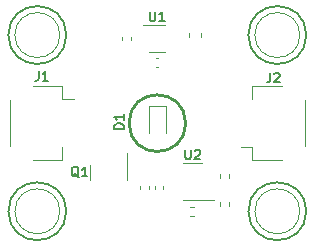
<source format=gto>
%TF.GenerationSoftware,KiCad,Pcbnew,7.0.8-7.0.8~ubuntu22.04.1*%
%TF.CreationDate,2024-01-24T20:27:06-08:00*%
%TF.ProjectId,470nm_16mA,3437306e-6d5f-4313-966d-412e6b696361,rev?*%
%TF.SameCoordinates,Original*%
%TF.FileFunction,Legend,Top*%
%TF.FilePolarity,Positive*%
%FSLAX46Y46*%
G04 Gerber Fmt 4.6, Leading zero omitted, Abs format (unit mm)*
G04 Created by KiCad (PCBNEW 7.0.8-7.0.8~ubuntu22.04.1) date 2024-01-24 20:27:06*
%MOMM*%
%LPD*%
G01*
G04 APERTURE LIST*
%ADD10C,0.250000*%
%ADD11C,0.150000*%
%ADD12C,0.050000*%
%ADD13C,0.120000*%
G04 APERTURE END LIST*
D10*
X65100000Y-60000000D02*
G75*
G03*
X65100000Y-60000000I-2400000J0D01*
G01*
D11*
X59849095Y-60458275D02*
X59049095Y-60458275D01*
X59049095Y-60458275D02*
X59049095Y-60267799D01*
X59049095Y-60267799D02*
X59087190Y-60153513D01*
X59087190Y-60153513D02*
X59163380Y-60077323D01*
X59163380Y-60077323D02*
X59239571Y-60039228D01*
X59239571Y-60039228D02*
X59391952Y-60001132D01*
X59391952Y-60001132D02*
X59506238Y-60001132D01*
X59506238Y-60001132D02*
X59658619Y-60039228D01*
X59658619Y-60039228D02*
X59734809Y-60077323D01*
X59734809Y-60077323D02*
X59811000Y-60153513D01*
X59811000Y-60153513D02*
X59849095Y-60267799D01*
X59849095Y-60267799D02*
X59849095Y-60458275D01*
X59849095Y-59239228D02*
X59849095Y-59696371D01*
X59849095Y-59467799D02*
X59049095Y-59467799D01*
X59049095Y-59467799D02*
X59163380Y-59543990D01*
X59163380Y-59543990D02*
X59239571Y-59620180D01*
X59239571Y-59620180D02*
X59277666Y-59696371D01*
X52643133Y-55620095D02*
X52643133Y-56191523D01*
X52643133Y-56191523D02*
X52605038Y-56305809D01*
X52605038Y-56305809D02*
X52528847Y-56382000D01*
X52528847Y-56382000D02*
X52414562Y-56420095D01*
X52414562Y-56420095D02*
X52338371Y-56420095D01*
X53443133Y-56420095D02*
X52985990Y-56420095D01*
X53214562Y-56420095D02*
X53214562Y-55620095D01*
X53214562Y-55620095D02*
X53138371Y-55734380D01*
X53138371Y-55734380D02*
X53062181Y-55810571D01*
X53062181Y-55810571D02*
X52985990Y-55848666D01*
X72274133Y-55747095D02*
X72274133Y-56318523D01*
X72274133Y-56318523D02*
X72236038Y-56432809D01*
X72236038Y-56432809D02*
X72159847Y-56509000D01*
X72159847Y-56509000D02*
X72045562Y-56547095D01*
X72045562Y-56547095D02*
X71969371Y-56547095D01*
X72616990Y-55823285D02*
X72655086Y-55785190D01*
X72655086Y-55785190D02*
X72731276Y-55747095D01*
X72731276Y-55747095D02*
X72921752Y-55747095D01*
X72921752Y-55747095D02*
X72997943Y-55785190D01*
X72997943Y-55785190D02*
X73036038Y-55823285D01*
X73036038Y-55823285D02*
X73074133Y-55899476D01*
X73074133Y-55899476D02*
X73074133Y-55975666D01*
X73074133Y-55975666D02*
X73036038Y-56089952D01*
X73036038Y-56089952D02*
X72578895Y-56547095D01*
X72578895Y-56547095D02*
X73074133Y-56547095D01*
X65060676Y-62243295D02*
X65060676Y-62890914D01*
X65060676Y-62890914D02*
X65098771Y-62967104D01*
X65098771Y-62967104D02*
X65136866Y-63005200D01*
X65136866Y-63005200D02*
X65213057Y-63043295D01*
X65213057Y-63043295D02*
X65365438Y-63043295D01*
X65365438Y-63043295D02*
X65441628Y-63005200D01*
X65441628Y-63005200D02*
X65479723Y-62967104D01*
X65479723Y-62967104D02*
X65517819Y-62890914D01*
X65517819Y-62890914D02*
X65517819Y-62243295D01*
X65860675Y-62319485D02*
X65898771Y-62281390D01*
X65898771Y-62281390D02*
X65974961Y-62243295D01*
X65974961Y-62243295D02*
X66165437Y-62243295D01*
X66165437Y-62243295D02*
X66241628Y-62281390D01*
X66241628Y-62281390D02*
X66279723Y-62319485D01*
X66279723Y-62319485D02*
X66317818Y-62395676D01*
X66317818Y-62395676D02*
X66317818Y-62471866D01*
X66317818Y-62471866D02*
X66279723Y-62586152D01*
X66279723Y-62586152D02*
X65822580Y-63043295D01*
X65822580Y-63043295D02*
X66317818Y-63043295D01*
X62067476Y-50565495D02*
X62067476Y-51213114D01*
X62067476Y-51213114D02*
X62105571Y-51289304D01*
X62105571Y-51289304D02*
X62143666Y-51327400D01*
X62143666Y-51327400D02*
X62219857Y-51365495D01*
X62219857Y-51365495D02*
X62372238Y-51365495D01*
X62372238Y-51365495D02*
X62448428Y-51327400D01*
X62448428Y-51327400D02*
X62486523Y-51289304D01*
X62486523Y-51289304D02*
X62524619Y-51213114D01*
X62524619Y-51213114D02*
X62524619Y-50565495D01*
X63324618Y-51365495D02*
X62867475Y-51365495D01*
X63096047Y-51365495D02*
X63096047Y-50565495D01*
X63096047Y-50565495D02*
X63019856Y-50679780D01*
X63019856Y-50679780D02*
X62943666Y-50755971D01*
X62943666Y-50755971D02*
X62867475Y-50794066D01*
X56048809Y-64588485D02*
X55972619Y-64550390D01*
X55972619Y-64550390D02*
X55896428Y-64474200D01*
X55896428Y-64474200D02*
X55782142Y-64359914D01*
X55782142Y-64359914D02*
X55705952Y-64321819D01*
X55705952Y-64321819D02*
X55629761Y-64321819D01*
X55667857Y-64512295D02*
X55591666Y-64474200D01*
X55591666Y-64474200D02*
X55515476Y-64398009D01*
X55515476Y-64398009D02*
X55477380Y-64245628D01*
X55477380Y-64245628D02*
X55477380Y-63978961D01*
X55477380Y-63978961D02*
X55515476Y-63826580D01*
X55515476Y-63826580D02*
X55591666Y-63750390D01*
X55591666Y-63750390D02*
X55667857Y-63712295D01*
X55667857Y-63712295D02*
X55820238Y-63712295D01*
X55820238Y-63712295D02*
X55896428Y-63750390D01*
X55896428Y-63750390D02*
X55972619Y-63826580D01*
X55972619Y-63826580D02*
X56010714Y-63978961D01*
X56010714Y-63978961D02*
X56010714Y-64245628D01*
X56010714Y-64245628D02*
X55972619Y-64398009D01*
X55972619Y-64398009D02*
X55896428Y-64474200D01*
X55896428Y-64474200D02*
X55820238Y-64512295D01*
X55820238Y-64512295D02*
X55667857Y-64512295D01*
X56772618Y-64512295D02*
X56315475Y-64512295D01*
X56544047Y-64512295D02*
X56544047Y-63712295D01*
X56544047Y-63712295D02*
X56467856Y-63826580D01*
X56467856Y-63826580D02*
X56391666Y-63902771D01*
X56391666Y-63902771D02*
X56315475Y-63940866D01*
D12*
%TO.C,M1*%
X54440000Y-52540000D02*
G75*
G03*
X54440000Y-52540000I-1900000J0D01*
G01*
D11*
X54990000Y-52540000D02*
G75*
G03*
X54990000Y-52540000I-2450000J0D01*
G01*
D12*
%TO.C,M2*%
X74760000Y-52540000D02*
G75*
G03*
X74760000Y-52540000I-1900000J0D01*
G01*
D11*
X75310000Y-52540000D02*
G75*
G03*
X75310000Y-52540000I-2450000J0D01*
G01*
D12*
%TO.C,M3*%
X74760000Y-67460000D02*
G75*
G03*
X74760000Y-67460000I-1900000J0D01*
G01*
D11*
X75310000Y-67460000D02*
G75*
G03*
X75310000Y-67460000I-2450000J0D01*
G01*
D12*
%TO.C,M4*%
X54440000Y-67460000D02*
G75*
G03*
X54440000Y-67460000I-1900000J0D01*
G01*
D11*
X54990000Y-67460000D02*
G75*
G03*
X54990000Y-67460000I-2450000J0D01*
G01*
D13*
%TO.C,D1*%
X63435000Y-58515000D02*
X61965000Y-58515000D01*
X61965000Y-58515000D02*
X61965000Y-60800000D01*
X63435000Y-60800000D02*
X63435000Y-58515000D01*
%TO.C,J1*%
X54665000Y-56890000D02*
X54665000Y-57940000D01*
X52165000Y-56890000D02*
X54665000Y-56890000D01*
X54665000Y-57940000D02*
X55655000Y-57940000D01*
X50195000Y-58060000D02*
X50195000Y-61940000D01*
X54665000Y-63110000D02*
X54665000Y-62060000D01*
X52165000Y-63110000D02*
X54665000Y-63110000D01*
%TO.C,J2*%
X70735000Y-63110000D02*
X70735000Y-62060000D01*
X73235000Y-63110000D02*
X70735000Y-63110000D01*
X70735000Y-62060000D02*
X69745000Y-62060000D01*
X75205000Y-61940000D02*
X75205000Y-58060000D01*
X70735000Y-56890000D02*
X70735000Y-57940000D01*
X73235000Y-56890000D02*
X70735000Y-56890000D01*
%TO.C,R1*%
X68807600Y-64338959D02*
X68807600Y-64646241D01*
X68047600Y-64338959D02*
X68047600Y-64646241D01*
%TO.C,U2*%
X65657700Y-66491000D02*
X67457700Y-66491000D01*
X65657700Y-66491000D02*
X64857700Y-66491000D01*
X65657700Y-63371000D02*
X66457700Y-63371000D01*
X65657700Y-63371000D02*
X64857700Y-63371000D01*
%TO.C,C3*%
X62485200Y-65563836D02*
X62485200Y-65348164D01*
X63205200Y-65563836D02*
X63205200Y-65348164D01*
%TO.C,R3*%
X68047600Y-67004441D02*
X68047600Y-66697159D01*
X68807600Y-67004441D02*
X68807600Y-66697159D01*
%TO.C,L1*%
X66372200Y-52364421D02*
X66372200Y-52689979D01*
X65352200Y-52364421D02*
X65352200Y-52689979D01*
%TO.C,R2*%
X65506559Y-67101000D02*
X65813841Y-67101000D01*
X65506559Y-67861000D02*
X65813841Y-67861000D01*
%TO.C,C1*%
X59711000Y-52939836D02*
X59711000Y-52724164D01*
X60431000Y-52939836D02*
X60431000Y-52724164D01*
%TO.C,U1*%
X61977000Y-54007000D02*
X63377000Y-54007000D01*
X63377000Y-51687000D02*
X61477000Y-51687000D01*
%TO.C,C4*%
X61260200Y-65568836D02*
X61260200Y-65353164D01*
X61980200Y-65568836D02*
X61980200Y-65353164D01*
%TO.C,Q1*%
X60110000Y-64162500D02*
X60110000Y-62487500D01*
X60110000Y-64162500D02*
X60110000Y-64812500D01*
X56990000Y-64162500D02*
X56990000Y-63512500D01*
X56990000Y-64162500D02*
X56990000Y-64812500D01*
%TO.C,C2*%
X62581964Y-54504000D02*
X62797636Y-54504000D01*
X62581964Y-55224000D02*
X62797636Y-55224000D01*
%TD*%
M02*

</source>
